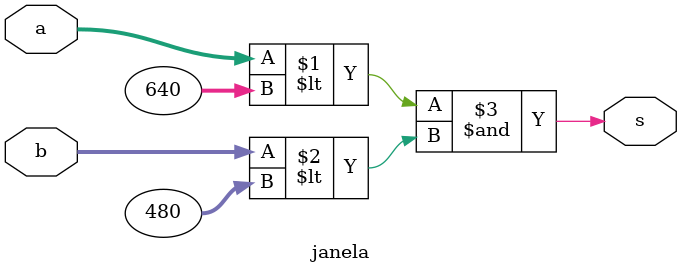
<source format=v>
module janela(
	// entradas e saídas
	input [9:0]a,
	input [9:0]b,
	output s);
	
	// se pertencer a janela
	assign s = ((a < 640) & (b < 480));
	
endmodule
</source>
